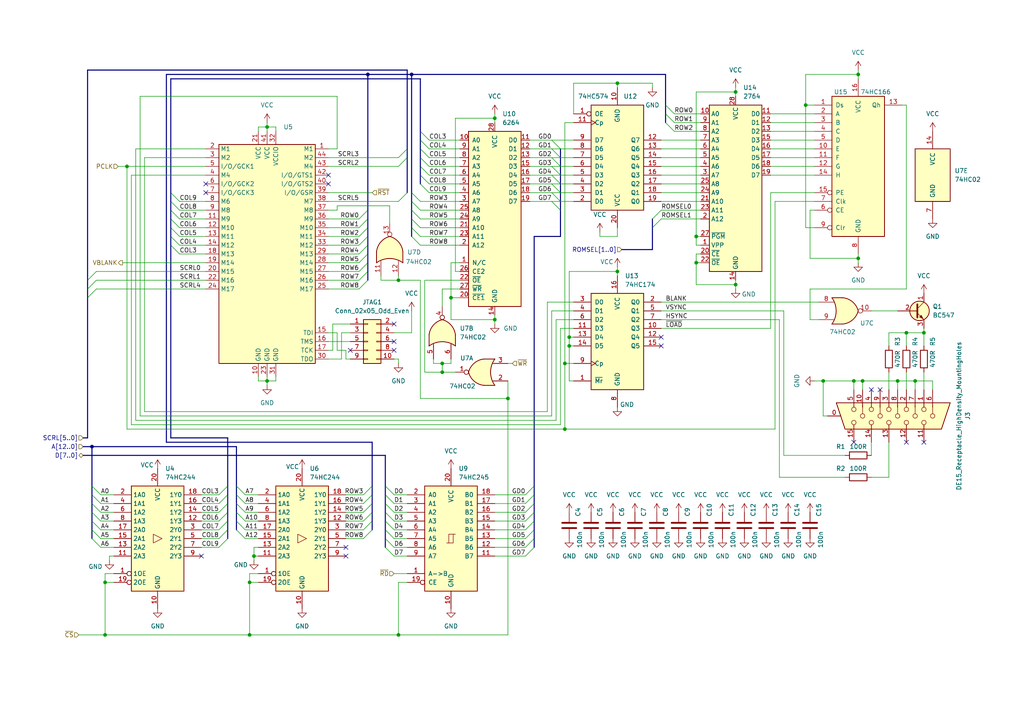
<source format=kicad_sch>
(kicad_sch (version 20231120) (generator "eeschema") (generator_version "8.0")
  (paper "A4")
  (junction (at 115.57 184.15))
  (junction (at 201.93 76.2))
  (junction (at 248.92 74.93))
  (junction (at 260.35 110.49))
  (junction (at 250.19 110.49))
  (junction (at 26.67 129.54))
  (junction (at 143.51 92.71))
  (junction (at 213.36 26.67))
  (junction (at 233.68 30.48))
  (junction (at 201.93 68.58))
  (junction (at 163.83 105.41))
  (junction (at 267.97 96.52))
  (junction (at 30.48 184.15))
  (junction (at 77.47 36.83))
  (junction (at 30.48 168.91))
  (junction (at 179.07 24.13))
  (junction (at 36.83 48.26))
  (junction (at 72.39 168.91))
  (junction (at 147.32 115.57))
  (junction (at 115.57 81.28))
  (junction (at 163.83 124.46))
  (junction (at 119.38 21.59))
  (junction (at 238.76 110.49))
  (junction (at 77.47 110.49))
  (junction (at 106.68 21.59))
  (junction (at 143.51 34.29))
  (junction (at 165.1 97.79))
  (junction (at 128.27 105.41))
  (junction (at 128.27 107.95))
  (junction (at 179.07 78.74))
  (junction (at 72.39 184.15))
  (junction (at 213.36 82.55))
  (junction (at 262.89 96.52))
  (junction (at 73.66 161.29))
  (junction (at 248.92 21.59))
  (junction (at 265.43 110.49))
  (junction (at 165.1 100.33))
  (junction (at 130.81 86.36))
  (junction (at 247.65 110.49))
  (no_connect (at 247.65 128.27))
  (no_connect (at 59.69 53.34))
  (no_connect (at 100.33 161.29))
  (no_connect (at 59.69 55.88))
  (no_connect (at 114.3 101.6))
  (no_connect (at 114.3 93.98))
  (no_connect (at 100.33 158.75))
  (no_connect (at 95.25 50.8))
  (no_connect (at 252.73 113.03))
  (no_connect (at 95.25 53.34))
  (no_connect (at 101.6 101.6))
  (no_connect (at 262.89 128.27))
  (no_connect (at 267.97 128.27))
  (no_connect (at 58.42 161.29))
  (no_connect (at 255.27 113.03))
  (no_connect (at 114.3 99.06))
  (no_connect (at 191.77 97.79))
  (no_connect (at 191.77 100.33))
  (bus_entry (at 106.68 76.2) (size -2.54 2.54))
  (bus_entry (at 49.53 66.04) (size 2.54 2.54))
  (bus_entry (at 121.92 48.26) (size 2.54 2.54))
  (bus_entry (at 119.38 60.96) (size 2.54 2.54))
  (bus_entry (at 106.68 63.5) (size -2.54 2.54))
  (bus_entry (at 68.58 151.13) (size 2.54 2.54))
  (bus_entry (at 106.68 68.58) (size -2.54 2.54))
  (bus_entry (at 111.76 140.97) (size 2.54 2.54))
  (bus_entry (at 154.94 158.75) (size -2.54 2.54))
  (bus_entry (at 111.76 143.51) (size 2.54 2.54))
  (bus_entry (at 121.92 43.18) (size 2.54 2.54))
  (bus_entry (at 111.76 146.05) (size 2.54 2.54))
  (bus_entry (at 66.04 143.51) (size -2.54 2.54))
  (bus_entry (at 106.68 60.96) (size -2.54 2.54))
  (bus_entry (at 118.11 45.72) (size -2.54 2.54))
  (bus_entry (at 26.67 140.97) (size 2.54 2.54))
  (bus_entry (at 107.95 148.59) (size -2.54 2.54))
  (bus_entry (at 68.58 153.67) (size 2.54 2.54))
  (bus_entry (at 107.95 140.97) (size -2.54 2.54))
  (bus_entry (at 107.95 151.13) (size -2.54 2.54))
  (bus_entry (at 162.56 48.26) (size -2.54 -2.54))
  (bus_entry (at 106.68 81.28) (size -2.54 2.54))
  (bus_entry (at 162.56 55.88) (size -2.54 -2.54))
  (bus_entry (at 25.4 83.82) (size 2.54 -2.54))
  (bus_entry (at 106.68 73.66) (size -2.54 2.54))
  (bus_entry (at 26.67 148.59) (size 2.54 2.54))
  (bus_entry (at 26.67 146.05) (size 2.54 2.54))
  (bus_entry (at 121.92 45.72) (size 2.54 2.54))
  (bus_entry (at 118.11 55.88) (size -2.54 2.54))
  (bus_entry (at 121.92 38.1) (size 2.54 2.54))
  (bus_entry (at 26.67 156.21) (size 2.54 2.54))
  (bus_entry (at 66.04 140.97) (size -2.54 2.54))
  (bus_entry (at 66.04 148.59) (size -2.54 2.54))
  (bus_entry (at 154.94 143.51) (size -2.54 2.54))
  (bus_entry (at 119.38 63.5) (size 2.54 2.54))
  (bus_entry (at 121.92 53.34) (size 2.54 2.54))
  (bus_entry (at 107.95 153.67) (size -2.54 2.54))
  (bus_entry (at 66.04 156.21) (size -2.54 2.54))
  (bus_entry (at 106.68 78.74) (size -2.54 2.54))
  (bus_entry (at 119.38 55.88) (size 2.54 2.54))
  (bus_entry (at 25.4 86.36) (size 2.54 -2.54))
  (bus_entry (at 193.04 30.48) (size 2.54 2.54))
  (bus_entry (at 106.68 66.04) (size -2.54 2.54))
  (bus_entry (at 119.38 66.04) (size 2.54 2.54))
  (bus_entry (at 106.68 71.12) (size -2.54 2.54))
  (bus_entry (at 193.04 35.56) (size 2.54 2.54))
  (bus_entry (at 25.4 81.28) (size 2.54 -2.54))
  (bus_entry (at 107.95 146.05) (size -2.54 2.54))
  (bus_entry (at 162.56 43.18) (size -2.54 -2.54))
  (bus_entry (at 121.92 40.64) (size 2.54 2.54))
  (bus_entry (at 111.76 156.21) (size 2.54 2.54))
  (bus_entry (at 154.94 140.97) (size -2.54 2.54))
  (bus_entry (at 121.92 50.8) (size 2.54 2.54))
  (bus_entry (at 66.04 153.67) (size -2.54 2.54))
  (bus_entry (at 193.04 33.02) (size 2.54 2.54))
  (bus_entry (at 162.56 58.42) (size -2.54 -2.54))
  (bus_entry (at 119.38 58.42) (size 2.54 2.54))
  (bus_entry (at 68.58 148.59) (size 2.54 2.54))
  (bus_entry (at 189.23 66.04) (size 2.54 -2.54))
  (bus_entry (at 26.67 143.51) (size 2.54 2.54))
  (bus_entry (at 154.94 146.05) (size -2.54 2.54))
  (bus_entry (at 107.95 143.51) (size -2.54 2.54))
  (bus_entry (at 111.76 148.59) (size 2.54 2.54))
  (bus_entry (at 49.53 60.96) (size 2.54 2.54))
  (bus_entry (at 66.04 146.05) (size -2.54 2.54))
  (bus_entry (at 111.76 158.75) (size 2.54 2.54))
  (bus_entry (at 154.94 151.13) (size -2.54 2.54))
  (bus_entry (at 49.53 68.58) (size 2.54 2.54))
  (bus_entry (at 189.23 63.5) (size 2.54 -2.54))
  (bus_entry (at 111.76 151.13) (size 2.54 2.54))
  (bus_entry (at 118.11 43.18) (size -2.54 2.54))
  (bus_entry (at 66.04 151.13) (size -2.54 2.54))
  (bus_entry (at 154.94 148.59) (size -2.54 2.54))
  (bus_entry (at 162.56 45.72) (size -2.54 -2.54))
  (bus_entry (at 26.67 153.67) (size 2.54 2.54))
  (bus_entry (at 26.67 151.13) (size 2.54 2.54))
  (bus_entry (at 162.56 50.8) (size -2.54 -2.54))
  (bus_entry (at 111.76 153.67) (size 2.54 2.54))
  (bus_entry (at 68.58 146.05) (size 2.54 2.54))
  (bus_entry (at 49.53 63.5) (size 2.54 2.54))
  (bus_entry (at 49.53 58.42) (size 2.54 2.54))
  (bus_entry (at 68.58 143.51) (size 2.54 2.54))
  (bus_entry (at 162.56 53.34) (size -2.54 -2.54))
  (bus_entry (at 49.53 71.12) (size 2.54 2.54))
  (bus_entry (at 162.56 60.96) (size -2.54 -2.54))
  (bus_entry (at 119.38 68.58) (size 2.54 2.54))
  (bus_entry (at 154.94 156.21) (size -2.54 2.54))
  (bus_entry (at 68.58 140.97) (size 2.54 2.54))
  (bus_entry (at 49.53 55.88) (size 2.54 2.54))
  (bus_entry (at 154.94 153.67) (size -2.54 2.54))
  (wire (pts (xy 95.25 96.52) (xy 97.79 96.52)))
  (wire (pts (xy 160.02 53.34) (xy 162.56 53.34)))
  (bus (pts (xy 106.68 21.59) (xy 106.68 60.96)))
  (wire (pts (xy 31.75 162.56) (xy 31.75 161.29)))
  (bus (pts (xy 119.38 66.04) (xy 119.38 68.58)))
  (wire (pts (xy 265.43 110.49) (xy 265.43 113.03)))
  (wire (pts (xy 238.76 110.49) (xy 238.76 120.65)))
  (bus (pts (xy 26.67 153.67) (xy 26.67 156.21)))
  (wire (pts (xy 74.93 38.1) (xy 74.93 36.83)))
  (bus (pts (xy 180.34 72.39) (xy 189.23 72.39)))
  (wire (pts (xy 74.93 36.83) (xy 77.47 36.83)))
  (wire (pts (xy 201.93 68.58) (xy 201.93 26.67)))
  (wire (pts (xy 130.81 104.14) (xy 130.81 105.41)))
  (bus (pts (xy 118.11 20.32) (xy 118.11 43.18)))
  (wire (pts (xy 119.38 96.52) (xy 119.38 90.17)))
  (wire (pts (xy 100.33 143.51) (xy 105.41 143.51)))
  (bus (pts (xy 107.95 151.13) (xy 107.95 153.67)))
  (bus (pts (xy 24.13 127) (xy 25.4 127)))
  (wire (pts (xy 238.76 110.49) (xy 236.22 110.49)))
  (bus (pts (xy 66.04 148.59) (xy 66.04 146.05)))
  (wire (pts (xy 143.51 143.51) (xy 152.4 143.51)))
  (wire (pts (xy 153.67 45.72) (xy 160.02 45.72)))
  (wire (pts (xy 191.77 50.8) (xy 203.2 50.8)))
  (wire (pts (xy 123.19 81.28) (xy 133.35 81.28)))
  (wire (pts (xy 71.12 143.51) (xy 74.93 143.51)))
  (wire (pts (xy 195.58 33.02) (xy 203.2 33.02)))
  (wire (pts (xy 121.92 115.57) (xy 147.32 115.57)))
  (wire (pts (xy 191.77 63.5) (xy 203.2 63.5)))
  (wire (pts (xy 252.73 128.27) (xy 252.73 132.08)))
  (wire (pts (xy 267.97 100.33) (xy 267.97 96.52)))
  (wire (pts (xy 143.51 34.29) (xy 143.51 35.56)))
  (bus (pts (xy 48.26 128.27) (xy 107.95 128.27)))
  (wire (pts (xy 166.37 33.02) (xy 166.37 24.13)))
  (wire (pts (xy 257.81 96.52) (xy 262.89 96.52)))
  (wire (pts (xy 59.69 43.18) (xy 39.37 43.18)))
  (wire (pts (xy 213.36 26.67) (xy 213.36 27.94)))
  (wire (pts (xy 58.42 156.21) (xy 63.5 156.21)))
  (wire (pts (xy 73.66 158.75) (xy 73.66 161.29)))
  (wire (pts (xy 163.83 124.46) (xy 224.79 124.46)))
  (wire (pts (xy 58.42 153.67) (xy 63.5 153.67)))
  (wire (pts (xy 35.56 76.2) (xy 59.69 76.2)))
  (wire (pts (xy 191.77 90.17) (xy 227.33 90.17)))
  (bus (pts (xy 106.68 68.58) (xy 106.68 71.12)))
  (bus (pts (xy 111.76 156.21) (xy 111.76 158.75)))
  (wire (pts (xy 165.1 110.49) (xy 166.37 110.49)))
  (bus (pts (xy 107.95 148.59) (xy 107.95 151.13)))
  (bus (pts (xy 106.68 76.2) (xy 106.68 78.74)))
  (wire (pts (xy 121.92 71.12) (xy 133.35 71.12)))
  (bus (pts (xy 66.04 156.21) (xy 66.04 153.67)))
  (bus (pts (xy 49.53 55.88) (xy 49.53 58.42)))
  (bus (pts (xy 107.95 146.05) (xy 107.95 148.59)))
  (wire (pts (xy 36.83 124.46) (xy 163.83 124.46)))
  (wire (pts (xy 130.81 92.71) (xy 130.81 86.36)))
  (wire (pts (xy 267.97 107.95) (xy 267.97 113.03)))
  (bus (pts (xy 111.76 140.97) (xy 111.76 143.51)))
  (bus (pts (xy 26.67 151.13) (xy 26.67 153.67)))
  (bus (pts (xy 162.56 50.8) (xy 162.56 53.34)))
  (wire (pts (xy 27.94 81.28) (xy 59.69 81.28)))
  (bus (pts (xy 121.92 40.64) (xy 121.92 43.18)))
  (wire (pts (xy 100.33 156.21) (xy 105.41 156.21)))
  (wire (pts (xy 27.94 83.82) (xy 59.69 83.82)))
  (bus (pts (xy 106.68 73.66) (xy 106.68 76.2)))
  (bus (pts (xy 154.94 146.05) (xy 154.94 148.59)))
  (bus (pts (xy 121.92 48.26) (xy 121.92 50.8)))
  (bus (pts (xy 162.56 43.18) (xy 162.56 45.72)))
  (wire (pts (xy 95.25 104.14) (xy 99.06 104.14)))
  (bus (pts (xy 119.38 60.96) (xy 119.38 63.5)))
  (wire (pts (xy 100.33 151.13) (xy 105.41 151.13)))
  (wire (pts (xy 100.33 101.6) (xy 100.33 104.14)))
  (wire (pts (xy 195.58 38.1) (xy 203.2 38.1)))
  (wire (pts (xy 191.77 60.96) (xy 203.2 60.96)))
  (wire (pts (xy 191.77 58.42) (xy 203.2 58.42)))
  (bus (pts (xy 106.68 71.12) (xy 106.68 73.66)))
  (wire (pts (xy 250.19 113.03) (xy 250.19 110.49)))
  (wire (pts (xy 100.33 146.05) (xy 105.41 146.05)))
  (wire (pts (xy 153.67 58.42) (xy 160.02 58.42)))
  (wire (pts (xy 201.93 26.67) (xy 213.36 26.67)))
  (wire (pts (xy 121.92 60.96) (xy 133.35 60.96)))
  (bus (pts (xy 24.13 129.54) (xy 26.67 129.54)))
  (wire (pts (xy 96.52 93.98) (xy 101.6 93.98)))
  (wire (pts (xy 52.07 66.04) (xy 59.69 66.04)))
  (wire (pts (xy 114.3 153.67) (xy 118.11 153.67)))
  (bus (pts (xy 189.23 63.5) (xy 189.23 66.04)))
  (wire (pts (xy 95.25 81.28) (xy 104.14 81.28)))
  (wire (pts (xy 34.29 48.26) (xy 36.83 48.26)))
  (wire (pts (xy 213.36 25.4) (xy 213.36 26.67)))
  (wire (pts (xy 40.64 27.94) (xy 40.64 120.65)))
  (wire (pts (xy 160.02 40.64) (xy 166.37 40.64)))
  (bus (pts (xy 68.58 140.97) (xy 68.58 143.51)))
  (wire (pts (xy 97.79 60.96) (xy 97.79 59.69)))
  (wire (pts (xy 72.39 166.37) (xy 72.39 168.91)))
  (wire (pts (xy 163.83 105.41) (xy 166.37 105.41)))
  (wire (pts (xy 71.12 156.21) (xy 74.93 156.21)))
  (wire (pts (xy 257.81 128.27) (xy 257.81 138.43)))
  (bus (pts (xy 66.04 151.13) (xy 66.04 148.59)))
  (wire (pts (xy 147.32 105.41) (xy 148.59 105.41)))
  (wire (pts (xy 133.35 76.2) (xy 130.81 76.2)))
  (wire (pts (xy 143.51 156.21) (xy 152.4 156.21)))
  (bus (pts (xy 49.53 22.86) (xy 49.53 55.88)))
  (bus (pts (xy 118.11 43.18) (xy 118.11 45.72)))
  (wire (pts (xy 270.51 110.49) (xy 265.43 110.49)))
  (wire (pts (xy 165.1 97.79) (xy 166.37 97.79)))
  (wire (pts (xy 33.02 168.91) (xy 30.48 168.91)))
  (wire (pts (xy 130.81 76.2) (xy 130.81 86.36)))
  (bus (pts (xy 25.4 81.28) (xy 25.4 20.32)))
  (bus (pts (xy 162.56 53.34) (xy 162.56 55.88)))
  (wire (pts (xy 143.51 93.98) (xy 143.51 92.71)))
  (wire (pts (xy 107.95 55.88) (xy 95.25 55.88)))
  (wire (pts (xy 160.02 48.26) (xy 162.56 48.26)))
  (wire (pts (xy 52.07 63.5) (xy 59.69 63.5)))
  (wire (pts (xy 179.07 78.74) (xy 179.07 80.01)))
  (wire (pts (xy 223.52 40.64) (xy 236.22 40.64)))
  (wire (pts (xy 113.03 59.69) (xy 113.03 64.77)))
  (wire (pts (xy 114.3 161.29) (xy 118.11 161.29)))
  (bus (pts (xy 25.4 83.82) (xy 25.4 86.36)))
  (wire (pts (xy 52.07 68.58) (xy 59.69 68.58)))
  (bus (pts (xy 106.68 21.59) (xy 48.26 21.59)))
  (wire (pts (xy 95.25 58.42) (xy 115.57 58.42)))
  (wire (pts (xy 226.06 138.43) (xy 226.06 92.71)))
  (wire (pts (xy 223.52 35.56) (xy 236.22 35.56)))
  (wire (pts (xy 97.79 101.6) (xy 100.33 101.6)))
  (wire (pts (xy 74.93 110.49) (xy 77.47 110.49)))
  (bus (pts (xy 26.67 129.54) (xy 26.67 140.97)))
  (wire (pts (xy 30.48 166.37) (xy 30.48 168.91)))
  (wire (pts (xy 233.68 30.48) (xy 233.68 66.04)))
  (wire (pts (xy 95.25 83.82) (xy 104.14 83.82)))
  (wire (pts (xy 247.65 113.03) (xy 247.65 110.49)))
  (wire (pts (xy 163.83 105.41) (xy 163.83 124.46)))
  (bus (pts (xy 66.04 146.05) (xy 66.04 143.51)))
  (bus (pts (xy 121.92 50.8) (xy 121.92 53.34)))
  (wire (pts (xy 153.67 55.88) (xy 160.02 55.88)))
  (wire (pts (xy 132.08 34.29) (xy 143.51 34.29)))
  (wire (pts (xy 29.21 148.59) (xy 33.02 148.59)))
  (wire (pts (xy 30.48 184.15) (xy 72.39 184.15)))
  (wire (pts (xy 71.12 151.13) (xy 74.93 151.13)))
  (wire (pts (xy 158.75 87.63) (xy 166.37 87.63)))
  (wire (pts (xy 191.77 55.88) (xy 203.2 55.88)))
  (wire (pts (xy 130.81 105.41) (xy 128.27 105.41)))
  (wire (pts (xy 160.02 55.88) (xy 162.56 55.88)))
  (wire (pts (xy 233.68 30.48) (xy 236.22 30.48)))
  (wire (pts (xy 121.92 63.5) (xy 133.35 63.5)))
  (wire (pts (xy 39.37 121.92) (xy 161.29 121.92)))
  (wire (pts (xy 74.93 109.22) (xy 74.93 110.49)))
  (bus (pts (xy 119.38 21.59) (xy 119.38 55.88)))
  (bus (pts (xy 26.67 148.59) (xy 26.67 151.13)))
  (wire (pts (xy 153.67 50.8) (xy 160.02 50.8)))
  (wire (pts (xy 128.27 88.9) (xy 128.27 83.82)))
  (bus (pts (xy 25.4 86.36) (xy 25.4 127)))
  (bus (pts (xy 26.67 143.51) (xy 26.67 146.05)))
  (wire (pts (xy 143.51 92.71) (xy 143.51 91.44)))
  (bus (pts (xy 162.56 60.96) (xy 162.56 68.58)))
  (wire (pts (xy 262.89 30.48) (xy 261.62 30.48)))
  (wire (pts (xy 201.93 71.12) (xy 201.93 68.58)))
  (wire (pts (xy 77.47 109.22) (xy 77.47 110.49)))
  (wire (pts (xy 95.25 76.2) (xy 104.14 76.2)))
  (bus (pts (xy 121.92 45.72) (xy 121.92 48.26)))
  (wire (pts (xy 77.47 110.49) (xy 77.47 111.76)))
  (wire (pts (xy 97.79 96.52) (xy 97.79 101.6)))
  (wire (pts (xy 29.21 153.67) (xy 33.02 153.67)))
  (bus (pts (xy 48.26 21.59) (xy 48.26 128.27)))
  (wire (pts (xy 128.27 105.41) (xy 128.27 107.95)))
  (wire (pts (xy 179.07 24.13) (xy 189.23 24.13)))
  (wire (pts (xy 165.1 78.74) (xy 165.1 97.79)))
  (wire (pts (xy 213.36 82.55) (xy 201.93 82.55)))
  (wire (pts (xy 124.46 55.88) (xy 133.35 55.88)))
  (wire (pts (xy 234.95 92.71) (xy 237.49 92.71)))
  (wire (pts (xy 191.77 45.72) (xy 203.2 45.72)))
  (wire (pts (xy 121.92 68.58) (xy 133.35 68.58)))
  (wire (pts (xy 95.25 60.96) (xy 97.79 60.96)))
  (wire (pts (xy 39.37 43.18) (xy 39.37 121.92)))
  (wire (pts (xy 52.07 71.12) (xy 59.69 71.12)))
  (wire (pts (xy 36.83 48.26) (xy 36.83 124.46)))
  (wire (pts (xy 257.81 100.33) (xy 257.81 96.52)))
  (wire (pts (xy 270.51 113.03) (xy 270.51 110.49)))
  (wire (pts (xy 213.36 82.55) (xy 213.36 83.82)))
  (wire (pts (xy 124.46 43.18) (xy 133.35 43.18)))
  (wire (pts (xy 80.01 109.22) (xy 80.01 110.49)))
  (wire (pts (xy 179.07 24.13) (xy 179.07 25.4)))
  (wire (pts (xy 163.83 105.41) (xy 163.83 35.56)))
  (wire (pts (xy 114.3 104.14) (xy 115.57 104.14)))
  (wire (pts (xy 71.12 146.05) (xy 74.93 146.05)))
  (wire (pts (xy 73.66 161.29) (xy 74.93 161.29)))
  (wire (pts (xy 114.3 143.51) (xy 118.11 143.51)))
  (bus (pts (xy 66.04 127) (xy 49.53 127)))
  (wire (pts (xy 124.46 50.8) (xy 133.35 50.8)))
  (wire (pts (xy 100.33 153.67) (xy 105.41 153.67)))
  (wire (pts (xy 160.02 50.8) (xy 162.56 50.8)))
  (wire (pts (xy 147.32 115.57) (xy 147.32 110.49)))
  (bus (pts (xy 49.53 60.96) (xy 49.53 63.5)))
  (wire (pts (xy 143.51 146.05) (xy 152.4 146.05)))
  (bus (pts (xy 119.38 55.88) (xy 119.38 58.42)))
  (wire (pts (xy 201.93 73.66) (xy 201.93 76.2)))
  (bus (pts (xy 193.04 30.48) (xy 193.04 33.02)))
  (wire (pts (xy 147.32 115.57) (xy 147.32 184.15)))
  (wire (pts (xy 133.35 78.74) (xy 132.08 78.74)))
  (bus (pts (xy 189.23 66.04) (xy 189.23 72.39)))
  (wire (pts (xy 27.94 78.74) (xy 59.69 78.74)))
  (bus (pts (xy 106.68 63.5) (xy 106.68 66.04)))
  (wire (pts (xy 80.01 36.83) (xy 77.47 36.83)))
  (wire (pts (xy 166.37 24.13) (xy 179.07 24.13)))
  (bus (pts (xy 68.58 129.54) (xy 68.58 140.97)))
  (wire (pts (xy 38.1 123.19) (xy 162.56 123.19)))
  (wire (pts (xy 203.2 73.66) (xy 201.93 73.66)))
  (wire (pts (xy 80.01 110.49) (xy 77.47 110.49)))
  (wire (pts (xy 163.83 35.56) (xy 166.37 35.56)))
  (bus (pts (xy 49.53 68.58) (xy 49.53 71.12)))
  (wire (pts (xy 153.67 43.18) (xy 160.02 43.18)))
  (wire (pts (xy 250.19 110.49) (xy 247.65 110.49)))
  (wire (pts (xy 124.46 40.64) (xy 133.35 40.64)))
  (wire (pts (xy 72.39 168.91) (xy 72.39 184.15)))
  (bus (pts (xy 154.94 143.51) (xy 154.94 146.05)))
  (wire (pts (xy 191.77 53.34) (xy 203.2 53.34)))
  (wire (pts (xy 252.73 138.43) (xy 257.81 138.43)))
  (wire (pts (xy 245.11 138.43) (xy 226.06 138.43)))
  (wire (pts (xy 71.12 148.59) (xy 74.93 148.59)))
  (wire (pts (xy 99.06 104.14) (xy 99.06 96.52)))
  (bus (pts (xy 121.92 38.1) (xy 121.92 40.64)))
  (wire (pts (xy 96.52 101.6) (xy 96.52 93.98)))
  (wire (pts (xy 95.25 45.72) (xy 115.57 45.72)))
  (wire (pts (xy 95.25 78.74) (xy 104.14 78.74)))
  (wire (pts (xy 236.22 66.04) (xy 233.68 66.04)))
  (wire (pts (xy 257.81 107.95) (xy 257.81 113.03)))
  (wire (pts (xy 161.29 121.92) (xy 161.29 92.71)))
  (wire (pts (xy 265.43 110.49) (xy 260.35 110.49)))
  (wire (pts (xy 123.19 107.95) (xy 123.19 81.28)))
  (wire (pts (xy 97.79 43.18) (xy 97.79 27.94)))
  (wire (pts (xy 247.65 110.49) (xy 238.76 110.49)))
  (wire (pts (xy 223.52 38.1) (xy 236.22 38.1)))
  (wire (pts (xy 179.07 77.47) (xy 179.07 78.74)))
  (bus (pts (xy 68.58 146.05) (xy 68.58 148.59)))
  (wire (pts (xy 248.92 20.32) (xy 248.92 21.59)))
  (bus (pts (xy 49.53 63.5) (xy 49.53 66.04)))
  (wire (pts (xy 224.79 58.42) (xy 236.22 58.42)))
  (bus (pts (xy 154.94 151.13) (xy 154.94 153.67)))
  (wire (pts (xy 162.56 55.88) (xy 166.37 55.88)))
  (wire (pts (xy 162.56 45.72) (xy 166.37 45.72)))
  (wire (pts (xy 128.27 105.41) (xy 125.73 105.41)))
  (wire (pts (xy 95.25 101.6) (xy 96.52 101.6)))
  (wire (pts (xy 160.02 90.17) (xy 166.37 90.17)))
  (bus (pts (xy 106.68 66.04) (xy 106.68 68.58)))
  (wire (pts (xy 201.93 82.55) (xy 201.93 76.2)))
  (wire (pts (xy 160.02 58.42) (xy 162.56 58.42)))
  (wire (pts (xy 234.95 60.96) (xy 234.95 74.93)))
  (bus (pts (xy 107.95 140.97) (xy 107.95 143.51)))
  (wire (pts (xy 162.56 53.34) (xy 166.37 53.34)))
  (wire (pts (xy 29.21 156.21) (xy 33.02 156.21)))
  (bus (pts (xy 154.94 140.97) (xy 154.94 143.51)))
  (bus (pts (xy 26.67 146.05) (xy 26.67 148.59)))
  (bus (pts (xy 68.58 143.51) (xy 68.58 146.05)))
  (bus (pts (xy 25.4 20.32) (xy 118.11 20.32)))
  (wire (pts (xy 29.21 151.13) (xy 33.02 151.13)))
  (wire (pts (xy 95.25 66.04) (xy 104.14 66.04)))
  (wire (pts (xy 153.67 48.26) (xy 160.02 48.26)))
  (bus (pts (xy 66.04 153.67) (xy 66.04 151.13)))
  (bus (pts (xy 118.11 45.72) (xy 118.11 55.88)))
  (bus (pts (xy 121.92 22.86) (xy 49.53 22.86)))
  (wire (pts (xy 233.68 21.59) (xy 233.68 30.48)))
  (wire (pts (xy 74.93 166.37) (xy 72.39 166.37)))
  (wire (pts (xy 162.56 50.8) (xy 166.37 50.8)))
  (bus (pts (xy 107.95 128.27) (xy 107.95 140.97)))
  (wire (pts (xy 248.92 76.2) (xy 248.92 74.93)))
  (wire (pts (xy 58.42 148.59) (xy 63.5 148.59)))
  (wire (pts (xy 100.33 148.59) (xy 105.41 148.59)))
  (bus (pts (xy 107.95 143.51) (xy 107.95 146.05)))
  (wire (pts (xy 125.73 105.41) (xy 125.73 104.14)))
  (wire (pts (xy 128.27 83.82) (xy 133.35 83.82)))
  (wire (pts (xy 124.46 53.34) (xy 133.35 53.34)))
  (wire (pts (xy 191.77 43.18) (xy 203.2 43.18)))
  (wire (pts (xy 173.99 68.58) (xy 179.07 68.58)))
  (wire (pts (xy 153.67 40.64) (xy 160.02 40.64)))
  (wire (pts (xy 262.89 30.48) (xy 262.89 83.82)))
  (wire (pts (xy 260.35 110.49) (xy 260.35 113.03)))
  (wire (pts (xy 95.25 63.5) (xy 104.14 63.5)))
  (bus (pts (xy 121.92 43.18) (xy 121.92 45.72)))
  (wire (pts (xy 95.25 48.26) (xy 115.57 48.26)))
  (wire (pts (xy 124.46 45.72) (xy 133.35 45.72)))
  (wire (pts (xy 240.03 120.65) (xy 238.76 120.65)))
  (wire (pts (xy 248.92 21.59) (xy 248.92 22.86)))
  (wire (pts (xy 30.48 168.91) (xy 30.48 184.15)))
  (wire (pts (xy 115.57 81.28) (xy 121.92 81.28)))
  (wire (pts (xy 162.56 43.18) (xy 166.37 43.18)))
  (wire (pts (xy 33.02 166.37) (xy 30.48 166.37)))
  (bus (pts (xy 154.94 68.58) (xy 154.94 140.97)))
  (wire (pts (xy 95.25 73.66) (xy 104.14 73.66)))
  (wire (pts (xy 143.51 33.02) (xy 143.51 34.29)))
  (wire (pts (xy 29.21 143.51) (xy 33.02 143.51)))
  (wire (pts (xy 114.3 156.21) (xy 118.11 156.21)))
  (wire (pts (xy 223.52 43.18) (xy 236.22 43.18)))
  (wire (pts (xy 203.2 68.58) (xy 201.93 68.58)))
  (wire (pts (xy 41.91 45.72) (xy 41.91 119.38)))
  (wire (pts (xy 130.81 86.36) (xy 133.35 86.36)))
  (bus (pts (xy 24.13 132.08) (xy 111.76 132.08)))
  (bus (pts (xy 25.4 83.82) (xy 25.4 81.28)))
  (wire (pts (xy 114.3 151.13) (xy 118.11 151.13)))
  (bus (pts (xy 193.04 33.02) (xy 193.04 35.56)))
  (wire (pts (xy 160.02 45.72) (xy 162.56 45.72)))
  (bus (pts (xy 66.04 140.97) (xy 66.04 127)))
  (wire (pts (xy 128.27 107.95) (xy 132.08 107.95)))
  (bus (pts (xy 154.94 148.59) (xy 154.94 151.13)))
  (bus (pts (xy 26.67 140.97) (xy 26.67 143.51)))
  (wire (pts (xy 99.06 96.52) (xy 101.6 96.52)))
  (wire (pts (xy 29.21 146.05) (xy 33.02 146.05)))
  (wire (pts (xy 31.75 161.29) (xy 33.02 161.29)))
  (wire (pts (xy 58.42 158.75) (xy 63.5 158.75)))
  (wire (pts (xy 115.57 184.15) (xy 147.32 184.15)))
  (wire (pts (xy 162.56 123.19) (xy 162.56 95.25)))
  (bus (pts (xy 111.76 148.59) (xy 111.76 151.13)))
  (wire (pts (xy 260.35 110.49) (xy 250.19 110.49)))
  (bus (pts (xy 111.76 143.51) (xy 111.76 146.05)))
  (bus (pts (xy 162.56 45.72) (xy 162.56 48.26)))
  (wire (pts (xy 115.57 168.91) (xy 118.11 168.91)))
  (wire (pts (xy 248.92 74.93) (xy 248.92 73.66)))
  (wire (pts (xy 124.46 48.26) (xy 133.35 48.26)))
  (wire (pts (xy 115.57 104.14) (xy 115.57 105.41)))
  (bus (pts (xy 111.76 132.08) (xy 111.76 140.97)))
  (wire (pts (xy 143.51 153.67) (xy 152.4 153.67)))
  (bus (pts (xy 119.38 63.5) (xy 119.38 66.04)))
  (wire (pts (xy 74.93 158.75) (xy 73.66 158.75)))
  (wire (pts (xy 203.2 71.12) (xy 201.93 71.12)))
  (wire (pts (xy 58.42 146.05) (xy 63.5 146.05)))
  (bus (pts (xy 154.94 153.67) (xy 154.94 156.21)))
  (wire (pts (xy 58.42 151.13) (xy 63.5 151.13)))
  (wire (pts (xy 97.79 27.94) (xy 40.64 27.94)))
  (wire (pts (xy 59.69 50.8) (xy 38.1 50.8)))
  (wire (pts (xy 73.66 162.56) (xy 73.66 161.29)))
  (wire (pts (xy 162.56 48.26) (xy 166.37 48.26)))
  (wire (pts (xy 223.52 33.02) (xy 236.22 33.02)))
  (wire (pts (xy 248.92 21.59) (xy 233.68 21.59)))
  (bus (pts (xy 119.38 21.59) (xy 193.04 21.59)))
  (wire (pts (xy 115.57 184.15) (xy 115.57 168.91)))
  (bus (pts (xy 119.38 21.59) (xy 106.68 21.59)))
  (bus (pts (xy 111.76 153.67) (xy 111.76 156.21)))
  (wire (pts (xy 191.77 95.25) (xy 223.52 95.25)))
  (wire (pts (xy 160.02 120.65) (xy 160.02 90.17)))
  (wire (pts (xy 77.47 36.83) (xy 77.47 38.1)))
  (bus (pts (xy 68.58 148.59) (xy 68.58 151.13)))
  (bus (pts (xy 49.53 127) (xy 49.53 71.12)))
  (wire (pts (xy 95.25 99.06) (xy 101.6 99.06)))
  (wire (pts (xy 165.1 100.33) (xy 166.37 100.33)))
  (wire (pts (xy 41.91 119.38) (xy 158.75 119.38)))
  (bus (pts (xy 106.68 78.74) (xy 106.68 81.28)))
  (wire (pts (xy 227.33 132.08) (xy 245.11 132.08)))
  (wire (pts (xy 95.25 43.18) (xy 97.79 43.18)))
  (bus (pts (xy 68.58 151.13) (xy 68.58 153.67)))
  (wire (pts (xy 77.47 36.83) (xy 77.47 35.56)))
  (wire (pts (xy 165.1 97.79) (xy 165.1 100.33)))
  (bus (pts (xy 49.53 66.04) (xy 49.53 68.58)))
  (wire (pts (xy 224.79 124.46) (xy 224.79 58.42)))
  (wire (pts (xy 262.89 83.82) (xy 234.95 83.82)))
  (wire (pts (xy 114.3 146.05) (xy 118.11 146.05)))
  (wire (pts (xy 95.25 68.58) (xy 104.14 68.58)))
  (wire (pts (xy 121.92 115.57) (xy 121.92 81.28)))
  (wire (pts (xy 158.75 119.38) (xy 158.75 87.63)))
  (wire (pts (xy 59.69 45.72) (xy 41.91 45.72)))
  (bus (pts (xy 26.67 129.54) (xy 68.58 129.54)))
  (wire (pts (xy 114.3 96.52) (xy 119.38 96.52)))
  (bus (pts (xy 162.56 58.42) (xy 162.56 60.96)))
  (wire (pts (xy 52.07 73.66) (xy 59.69 73.66)))
  (wire (pts (xy 223.52 55.88) (xy 236.22 55.88)))
  (wire (pts (xy 162.56 58.42) (xy 166.37 58.42)))
  (wire (pts (xy 201.93 76.2) (xy 203.2 76.2)))
  (wire (pts (xy 40.64 120.65) (xy 160.02 120.65)))
  (wire (pts (xy 110.49 81.28) (xy 115.57 81.28)))
  (wire (pts (xy 115.57 81.28) (xy 115.57 80.01)))
  (wire (pts (xy 22.86 184.15) (xy 30.48 184.15)))
  (wire (pts (xy 161.29 92.71) (xy 166.37 92.71)))
  (wire (pts (xy 165.1 100.33) (xy 165.1 110.49)))
  (wire (pts (xy 248.92 74.93) (xy 234.95 74.93)))
  (wire (pts (xy 123.19 107.95) (xy 128.27 107.95)))
  (wire (pts (xy 58.42 143.51) (xy 63.5 143.51)))
  (wire (pts (xy 267.97 95.25) (xy 267.97 96.52)))
  (wire (pts (xy 223.52 95.25) (xy 223.52 55.88)))
  (wire (pts (xy 162.56 95.25) (xy 166.37 95.25)))
  (wire (pts (xy 189.23 24.13) (xy 189.23 25.4)))
  (bus (pts (xy 193.04 21.59) (xy 193.04 30.48)))
  (wire (pts (xy 262.89 96.52) (xy 262.89 100.33)))
  (wire (pts (xy 143.51 161.29) (xy 152.4 161.29)))
  (wire (pts (xy 143.51 92.71) (xy 130.81 92.71)))
  (wire (pts (xy 143.51 148.59) (xy 152.4 148.59)))
  (wire (pts (xy 195.58 35.56) (xy 203.2 35.56)))
  (wire (pts (xy 100.33 104.14) (xy 101.6 104.14)))
  (bus (pts (xy 106.68 60.96) (xy 106.68 63.5)))
  (wire (pts (xy 97.79 59.69) (xy 113.03 59.69)))
  (bus (pts (xy 66.04 143.51) (xy 66.04 140.97)))
  (wire (pts (xy 132.08 34.29) (xy 132.08 78.74)))
  (wire (pts (xy 173.99 67.31) (xy 173.99 68.58)))
  (wire (pts (xy 191.77 40.64) (xy 203.2 40.64)))
  (bus (pts (xy 111.76 146.05) (xy 111.76 148.59)))
  (wire (pts (xy 72.39 184.15) (xy 115.57 184.15)))
  (wire (pts (xy 80.01 38.1) (xy 80.01 36.83)))
  (wire (pts (xy 226.06 92.71) (xy 191.77 92.71)))
  (bus (pts (xy 121.92 22.86) (xy 121.92 38.1)))
  (wire (pts (xy 74.93 168.91) (xy 72.39 168.91)))
  (wire (pts (xy 223.52 45.72) (xy 236.22 45.72)))
  (wire (pts (xy 52.07 58.42) (xy 59.69 58.42)))
  (wire (pts (xy 114.3 148.59) (xy 118.11 148.59)))
  (wire (pts (xy 95.25 71.12) (xy 104.14 71.12)))
  (wire (pts (xy 29.21 158.75) (xy 33.02 158.75)))
  (bus (pts (xy 119.38 58.42) (xy 119.38 60.96)))
  (bus (pts (xy 162.56 55.88) (xy 162.56 58.42)))
  (wire (pts (xy 52.07 60.96) (xy 59.69 60.96)))
  (wire (pts (xy 121.92 58.42) (xy 133.35 58.42)))
  (wire (pts (xy 143.51 158.75) (xy 152.4 158.75)))
  (wire (pts (xy 110.49 80.01) (xy 110.49 81.28)))
  (wire (pts (xy 252.73 90.17) (xy 260.35 90.17)))
  (bus (pts (xy 154.94 68.58) (xy 162.56 68.58)))
  (wire (pts (xy 267.97 96.52) (xy 262.89 96.52)))
  (wire (pts (xy 38.1 50.8) (xy 38.1 123.19)))
  (wire (pts (xy 71.12 153.67) (xy 74.93 153.67)))
  (wire (pts (xy 234.95 60.96) (xy 236.22 60.96)))
  (wire (pts (xy 179.07 78.74) (xy 165.1 78.74)))
  (wire (pts (xy 114.3 166.37) (xy 118.11 166.37)))
  (wire (pts (xy 223.52 48.26) (xy 236.22 48.26)))
  (bus (pts (xy 154.94 156.21) (xy 154.94 158.75)))
  (wire (pts (xy 223.52 50.8) (xy 236.22 50.8)))
  (wire (pts (xy 191.77 87.63) (xy 237.49 87.63)))
  (bus (pts (xy 162.56 48.26) (xy 162.56 50.8)))
  (wire (pts (xy 234.95 83.82) (xy 234.95 92.71)))
  (wire (pts (xy 153.67 53.34) (xy 160.02 53.34)))
  (bus (pts (xy 111.76 151.13) (xy 111.76 153.67)))
  (wire (pts (xy 262.89 107.95) (xy 262.89 113.03)))
  (bus (pts (xy 49.53 58.42) (xy 49.53 60.96)))
  (wire (pts (xy 143.51 151.13) (xy 152.4 151.13)))
  (wire (pts (xy 213.36 81.28) (xy 213.36 82.55)))
  (wire (pts (xy 191.77 48.26) (xy 203.2 48.26)))
  (wire (pts (xy 179.07 68.58) (xy 179.07 66.04)))
  (wire (pts (xy 160.02 43.18) (xy 162.56 43.18)))
  (wire (pts (xy 36.83 48.26) (xy 59.69 48.26)))
  (wire (pts (xy 114.3 158.75) (xy 118.11 158.75)))
  (wire (pts (xy 121.92 66.04) (xy 133.35 66.04)))
  (wire (pts (xy 227.33 90.17) (xy 227.33 132.08)))
  (label "COL9" (at 63.5 158.75 180))
  (label "A0" (at 29.21 143.51 0))
  (label "COL6" (at 63.5 151.13 180))
  (label "A9" (at 71.12 148.59 0))
  (label "ROW2" (at 195.58 38.1 0))
  (label "GD1" (at 152.4 146.05 180))
  (label "ROW1" (at 195.58 35.56 0))
  (label "ROMSEL0" (at 191.77 60.96 0))
  (label "ROW8" (at 104.14 83.82 180))
  (label "~{LOAD}" (at 193.04 95.25 0))
  (label "A4" (at 29.21 153.67 0))
  (label "GD6" (at 160.02 55.88 180))
  (label "A8" (at 71.12 146.05 0))
  (label "ROW5" (at 124.46 63.5 0))
  (label "COL9" (at 124.46 55.88 0))
  (label "A3" (at 29.21 151.13 0))
  (label "D2" (at 114.3 148.59 0))
  (label "COL3" (at 63.5 143.51 180))
  (label "A12" (at 71.12 156.21 0))
  (label "SCRL5" (at 104.14 58.42 180))
  (label "ROW8" (at 105.41 156.21 180))
  (label "A5" (at 29.21 156.21 0))
  (label "SCRL2" (at 104.14 48.26 180))
  (label "ROW7" (at 124.46 68.58 0))
  (label "SCRL3" (at 104.14 45.72 180))
  (label "COL8" (at 63.5 156.21 180))
  (label "GD3" (at 152.4 151.13 180))
  (label "GD2" (at 160.02 45.72 180))
  (label "D3" (at 114.3 151.13 0))
  (label "GD4" (at 152.4 153.67 180))
  (label "COL5" (at 124.46 45.72 0))
  (label "GD5" (at 152.4 156.21 180))
  (label "HSYNC" (at 193.04 92.71 0))
  (label "A10" (at 71.12 151.13 0))
  (label "ROW7" (at 104.14 81.28 180))
  (label "BLANK" (at 193.04 87.63 0))
  (label "COL7" (at 63.5 153.67 180))
  (label "COL7" (at 124.46 50.8 0))
  (label "ROW0" (at 195.58 33.02 0))
  (label "ROW6" (at 124.46 66.04 0))
  (label "A7" (at 71.12 143.51 0))
  (label "ROW7" (at 105.41 153.67 180))
  (label "ROW4" (at 104.14 73.66 180))
  (label "D0" (at 114.3 143.51 0))
  (label "ROW5" (at 105.41 148.59 180))
  (label "COL4" (at 63.5 146.05 180))
  (label "COL7" (at 52.07 63.5 0))
  (label "A1" (at 29.21 146.05 0))
  (label "D1" (at 114.3 146.05 0))
  (label "SCRL0" (at 52.07 78.74 0))
  (label "ROW8" (at 124.46 71.12 0))
  (label "GD0" (at 152.4 143.51 180))
  (label "D4" (at 114.3 153.67 0))
  (label "ROW6" (at 105.41 151.13 180))
  (label "COL4" (at 52.07 71.12 0))
  (label "GD7" (at 160.02 58.42 180))
  (label "ROW2" (at 104.14 68.58 180))
  (label "GD2" (at 152.4 148.59 180))
  (label "ROW4" (at 105.41 146.05 180))
  (label "A2" (at 29.21 148.59 0))
  (label "GD5" (at 160.02 53.34 180))
  (label "COL9" (at 52.07 58.42 0))
  (label "D6" (at 114.3 158.75 0))
  (label "COL3" (at 124.46 40.64 0))
  (label "COL3" (at 52.07 73.66 0))
  (label "ROW3" (at 104.14 71.12 180))
  (label "ROW4" (at 124.46 60.96 0))
  (label "GD6" (at 152.4 158.75 180))
  (label "ROW6" (at 104.14 78.74 180))
  (label "COL5" (at 63.5 148.59 180))
  (label "ROW1" (at 104.14 66.04 180))
  (label "ROW5" (at 104.14 76.2 180))
  (label "ROW3" (at 124.46 58.42 0))
  (label "GD1" (at 160.02 43.18 180))
  (label "COL8" (at 52.07 60.96 0))
  (label "A11" (at 71.12 153.67 0))
  (label "COL5" (at 52.07 68.58 0))
  (label "ROW3" (at 105.41 143.51 180))
  (label "VSYNC" (at 193.04 90.17 0))
  (label "COL6" (at 124.46 48.26 0))
  (label "ROW0" (at 104.14 63.5 180))
  (label "ROMSEL1" (at 191.77 63.5 0))
  (label "COL6" (at 52.07 66.04 0))
  (label "GD0" (at 160.02 40.64 180))
  (label "SCRL1" (at 52.07 81.28 0))
  (label "GD4" (at 160.02 50.8 180))
  (label "GD7" (at 152.4 161.29 180))
  (label "SCRL4" (at 52.07 83.82 0))
  (label "GD3" (at 160.02 48.26 180))
  (label "A6" (at 29.21 158.75 0))
  (label "D5" (at 114.3 156.21 0))
  (label "COL8" (at 124.46 53.34 0))
  (label "D7" (at 114.3 161.29 0))
  (label "COL4" (at 124.46 43.18 0))
  (hierarchical_label "ROMSEL[1..0]" (shape input) (at 180.34 72.39 180))
  (hierarchical_label "~{RST}" (shape input) (at 107.95 55.88 0))
  (hierarchical_label "A[12..0]" (shape input) (at 24.13 129.54 180))
  (hierarchical_label "~{RD}" (shape input) (at 114.3 166.37 180))
  (hierarchical_label "D[7..0]" (shape bidirectional) (at 24.13 132.08 180))
  (hierarchical_label "~{WR}" (shape input) (at 148.59 105.41 0))
  (hierarchical_label "PCLK" (shape input) (at 34.29 48.26 180))
  (hierarchical_label "VBLANK" (shape output) (at 35.56 76.2 180))
  (hierarchical_label "SCRL[5..0]" (shape input) (at 24.13 127 180))
  (hierarchical_label "~{CS}" (shape input) (at 22.86 184.15 180))
  (symbol (lib_id "CPLD_Xilinx:XC9536PC44") (at 77.47 73.66 0) (unit 1)
    (property "Reference" "U5" (at 82.2041 36.83 0) (effects (justify left)))
    (property "Value" "XC9536PC44" (effects (hide yes)))
    (property "Footprint" "Package_LCC:PLCC-44_THT-Socket" (effects (hide yes)))
    (property "Datasheet" "xilinx/xc9536.pdf" (effects (hide yes)))
  )
  (symbol (lib_id "Device:C") (at 184.15 152.4 0) (unit 1)
    (property "Reference" "C7" (at 186.69 149.86 90) (effects (justify left)))
    (property "Value" "100n" (at 187.198 159.004 90) (effects (justify left)))
    (property "Footprint" "Capacitor_THT:C_Disc_D5.0mm_W2.5mm_P2.50mm" (effects (hide yes)))
    (property "Description" "Unpolarized capacitor" (effects (hide yes)))
  )
  (symbol (lib_id "74xx:74HC02") (at 139.7 107.95 180) (unit 1)
    (property "Reference" "U7" (at 135.382 103.886 0))
    (property "Value" "74HC02" (at 134.112 112.014 0))
    (property "Footprint" "PCM_Package_DIP_AKL:DIP-14_W7.62mm" (effects (hide yes)))
    (property "Datasheet" "http://www.ti.com/lit/gpn/sn74hc02" (effects (hide yes)))
  )
  (symbol (lib_id "power:VCC") (at 209.55 148.59 0) (unit 1)
    (property "Reference" "#PWR035" (effects (hide yes)))
    (property "Value" "VCC" (at 209.55 143.51 0))
    (property "Description" "Power symbol creates a global label with name \"VCC\"" (effects (hide yes)))
  )
  (symbol (lib_id "74xx:74HC02") (at 270.51 50.8 0) (unit 5)
    (property "Reference" "U7" (at 276.86 49.53 0) (effects (justify left)))
    (property "Value" "74HC02" (at 276.86 52.07 0) (effects (justify left)))
    (property "Footprint" "PCM_Package_DIP_AKL:DIP-14_W7.62mm" (effects (hide yes)))
    (property "Datasheet" "http://www.ti.com/lit/gpn/sn74hc02" (effects (hide yes)))
  )
  (symbol (lib_id "power:GND") (at 203.2 156.21 0) (unit 1)
    (property "Reference" "#PWR034" (effects (hide yes)))
    (property "Value" "GND" (at 203.2 161.29 0))
    (property "Description" "Power symbol creates a global label with name \"GND\" , ground" (effects (hide yes)))
  )
  (symbol (lib_id "power:GND") (at 222.25 156.21 0) (unit 1)
    (property "Reference" "#PWR043" (effects (hide yes)))
    (property "Value" "GND" (at 222.25 161.29 0))
    (property "Description" "Power symbol creates a global label with name \"GND\" , ground" (effects (hide yes)))
  )
  (symbol (lib_id "power:VCC") (at 171.45 148.59 0) (unit 1)
    (property "Reference" "#PWR021" (effects (hide yes)))
    (property "Value" "VCC" (at 171.45 143.51 0))
    (property "Description" "Power symbol creates a global label with name \"VCC\"" (effects (hide yes)))
  )
  (symbol (lib_id "PCM_Transistor_BJT_AKL:BC547") (at 265.43 90.17 0) (unit 1)
    (property "Reference" "Q1" (at 270.51 88.8999 0) (effects (justify left)))
    (property "Value" "BC547" (at 270.51 91.4399 0) (effects (justify left)))
    (property "Footprint" "Package_TO_SOT_THT:TO-92" (effects (hide yes)))
    (property "Datasheet" "https://www.tme.eu/Document/6c5d898a533a0762c2bc33eb26c283a8/BC546-550-DTE.pdf" (effects (hide yes)))
    (property "Description" "NPN TO-92 transistor, 45V, 100mA, 500mW, Complementary to BC557, Alternate KiCAD Library" (effects (hide yes)))
  )
  (symbol (lib_id "Device:R") (at 248.92 138.43 90) (unit 1)
    (property "Reference" "R2" (at 243.84 135.89 90))
    (property "Value" "100R" (at 248.92 135.89 90))
    (property "Footprint" "Resistor_THT:R_Axial_DIN0207_L6.3mm_D2.5mm_P7.62mm_Horizontal" (effects (hide yes)))
  )
  (symbol (lib_id "74xx:74HC02") (at 128.27 96.52 90) (unit 2)
    (property "Reference" "U7" (at 133.35 95.2499 90) (effects (justify right)))
    (property "Value" "74HC02" (at 133.35 97.7899 90) (effects (justify right)))
    (property "Footprint" "PCM_Package_DIP_AKL:DIP-14_W7.62mm" (effects (hide yes)))
    (property "Datasheet" "http://www.ti.com/lit/gpn/sn74hc02" (effects (hide yes)))
  )
  (symbol (lib_id "power:VCC") (at 228.6 148.59 0) (unit 1)
    (property "Reference" "#PWR046" (effects (hide yes)))
    (property "Value" "VCC" (at 228.6 143.51 0))
    (property "Description" "Power symbol creates a global label with name \"VCC\"" (effects (hide yes)))
  )
  (symbol (lib_id "power:VCC") (at 184.15 148.59 0) (unit 1)
    (property "Reference" "#PWR027" (effects (hide yes)))
    (property "Value" "VCC" (at 184.15 143.51 0))
    (property "Description" "Power symbol creates a global label with name \"VCC\"" (effects (hide yes)))
  )
  (symbol (lib_id "74xx:74HCT574") (at 179.07 45.72 0) (mirror x) (unit 1)
    (property "Reference" "U12" (at 180.848 27.94 0) (effects (justify left)))
    (property "Value" "74HC574" (at 167.64 27.94 0) (effects (justify left)))
    (property "Footprint" "PCM_Package_DIP_AKL:DIP-20_W7.62mm" (effects (hide yes)))
    (property "Datasheet" "http://www.ti.com/lit/gpn/sn74HCT574" (effects (hide yes)))
  )
  (symbol (lib_id "power:VCC") (at 130.81 135.89 0) (unit 1)
    (property "Reference" "#PWR052" (effects (hide yes)))
    (property "Value" "VCC" (at 130.81 130.81 0))
  )
  (symbol (lib_id "power:VCC") (at 203.2 148.59 0) (unit 1)
    (property "Reference" "#PWR033" (effects (hide yes)))
    (property "Value" "VCC" (at 203.2 143.51 0))
    (property "Description" "Power symbol creates a global label with name \"VCC\"" (effects (hide yes)))
  )
  (symbol (lib_id "power:GND") (at 215.9 156.21 0) (unit 1)
    (property "Reference" "#PWR041" (effects (hide yes)))
    (property "Value" "GND" (at 215.9 161.29 0))
    (property "Description" "Power symbol creates a global label with name \"GND\" , ground" (effects (hide yes)))
  )
  (symbol (lib_id "power:GND") (at 196.85 156.21 0) (unit 1)
    (property "Reference" "#PWR032" (effects (hide yes)))
    (property "Value" "GND" (at 196.85 161.29 0))
    (property "Description" "Power symbol creates a global label with name \"GND\" , ground" (effects (hide yes)))
  )
  (symbol (lib_id "power:VCC") (at 270.51 38.1 0) (unit 1)
    (property "Reference" "#PWR069" (effects (hide yes)))
    (property "Value" "VCC" (at 270.51 33.02 0))
  )
  (symbol (lib_id "74xx:74HC02") (at 113.03 72.39 90) (unit 4)
    (property "Reference" "U7" (at 118.11 73.152 90) (effects (justify right)))
    (property "Value" "74HC02" (at 117.602 75.946 90) (effects (justify right)))
    (property "Footprint" "PCM_Package_DIP_AKL:DIP-14_W7.62mm" (effects (hide yes)))
    (property "Datasheet" "http://www.ti.com/lit/gpn/sn74hc02" (effects (hide yes)))
  )
  (symbol (lib_id "Connector_Generic:Conn_02x05_Odd_Even") (at 106.68 99.06 0) (unit 1)
    (property "Reference" "JTAG1" (at 107.95 87.63 0))
    (property "Value" "Conn_02x05_Odd_Even" (at 107.95 90.17 0))
    (property "Footprint" "Connector_IDC:IDC-Header_2x05_P2.54mm_Vertical" (effects (hide yes)))
  )
  (symbol (lib_id "power:GND") (at 143.51 93.98 0) (unit 1)
    (property "Reference" "#PWR055" (effects (hide yes)))
    (property "Value" "GND" (at 148.082 95.25 0))
  )
  (symbol (lib_id "power:GND") (at 73.66 162.56 0) (unit 1)
    (property "Reference" "#PWR037" (effects (hide yes)))
    (property "Value" "GND" (at 69.85 163.83 0))
  )
  (symbol (lib_id "power:GND") (at 184.15 156.21 0) (unit 1)
    (property "Reference" "#PWR028" (effects (hide yes)))
    (property "Value" "GND" (at 184.15 161.29 0))
    (property "Description" "Power symbol creates a global label with name \"GND\" , ground" (effects (hide yes)))
  )
  (symbol (lib_id "power:GND") (at 45.72 176.53 0) (unit 1)
    (property "Reference" "#PWR026" (effects (hide yes)))
    (property "Value" "GND" (at 45.72 181.61 0))
  )
  (symbol (lib_id "74xx:74LS166") (at 248.92 48.26 0) (unit 1)
    (property "Reference" "U15" (at 243.84 26.67 0))
    (property "Value" "74HC166" (at 254 26.67 0))
    (property "Footprint" "Package_DIP:DIP-16_W7.62mm" (effects (hide yes)))
    (property "Datasheet" "http://www.ti.com/lit/gpn/sn74LS166" (effects (hide yes)))
  )
  (symbol (lib_id "power:VCC") (at 165.1 148.59 0) (unit 1)
    (property "Reference" "#PWR018" (effects (hide yes)))
    (property "Value" "VCC" (at 165.1 143.51 0))
    (property "Description" "Power symbol creates a global label with name \"VCC\"" (effects (hide yes)))
  )
  (symbol (lib_id "power:VCC") (at 77.47 35.56 0) (unit 1)
    (property "Reference" "#PWR038" (effects (hide yes)))
    (property "Value" "VCC" (at 77.47 30.48 0))
  )
  (symbol (lib_id "power:VCC") (at 190.5 148.59 0) (unit 1)
    (property "Reference" "#PWR029" (effects (hide yes)))
    (property "Value" "VCC" (at 190.5 143.51 0))
    (property "Description" "Power symbol creates a global label with name \"VCC\"" (effects (hide yes)))
  )
  (symbol (lib_id "power:GND") (at 189.23 25.4 0) (unit 1)
    (property "Reference" "#PWR061" (effects (hide yes)))
    (property "Value" "GND" (at 189.23 30.48 0))
  )
  (symbol (lib_id "Device:C") (at 203.2 152.4 0) (unit 1)
    (property "Reference" "C10" (at 205.74 149.86 90) (effects (justify left)))
    (property "Value" "100n" (at 206.248 159.004 90) (effects (justify left)))
    (property "Footprint" "Capacitor_THT:C_Disc_D5.0mm_W2.5mm_P2.50mm" (effects (hide yes)))
    (property "Description" "Unpolarized capacitor" (effects (hide yes)))
  )
  (symbol (lib_id "power:GND") (at 236.22 110.49 270) (unit 1)
    (property "Reference" "#PWR064" (effects (hide yes)))
    (property "Value" "GND" (at 231.14 110.49 0))
  )
  (symbol (lib_id "Device:R") (at 257.81 104.14 0) (unit 1)
    (property "Reference" "R3" (at 260.35 99.06 90))
    (property "Value" "470R" (at 260.35 104.14 90))
    (property "Footprint" "Resistor_THT:R_Axial_DIN0207_L6.3mm_D2.5mm_P7.62mm_Horizontal" (effects (hide yes)))
  )
  (symbol (lib_id "power:GND") (at 270.51 63.5 0) (unit 1)
    (property "Reference" "#PWR070" (effects (hide yes)))
    (property "Value" "GND" (at 270.51 68.58 0))
  )
  (symbol (lib_id "power:GND") (at 165.1 156.21 0) (unit 1)
    (property "Reference" "#PWR019" (effects (hide yes)))
    (property "Value" "GND" (at 165.1 161.29 0))
    (property "Description" "Power symbol creates a global label with name \"GND\" , ground" (effects (hide yes)))
  )
  (symbol (lib_id "power:GND") (at 87.63 176.53 0) (unit 1)
    (property "Reference" "#PWR045" (effects (hide yes)))
    (property "Value" "GND" (at 87.63 181.61 0))
  )
  (symbol (lib_id "power:GND") (at 31.75 162.56 0) (unit 1)
    (property "Reference" "#PWR020" (effects (hide yes)))
    (property "Value" "GND" (at 27.686 164.338 0))
  )
  (symbol (lib_id "74xx:74HC02") (at 245.11 90.17 0) (unit 3)
    (property "Reference" "U7" (at 251.46 93.726 0))
    (property "Value" "74HC02" (at 244.348 96.266 0))
    (property "Footprint" "PCM_Package_DIP_AKL:DIP-14_W7.62mm" (effects (hide yes)))
    (property "Datasheet" "http://www.ti.com/lit/gpn/sn74hc02" (effects (hide yes)))
  )
  (symbol (lib_id "power:VCC") (at 234.95 148.59 0) (unit 1)
    (property "Reference" "#PWR048" (effects (hide yes)))
    (property "Value" "VCC" (at 234.95 143.51 0))
    (property "Description" "Power symbol creates a global label with name \"VCC\"" (effects (hide yes)))
  )
  (symbol (lib_id "power:VCC") (at 45.72 135.89 0) (unit 1)
    (property "Reference" "#PWR025" (effects (hide yes)))
    (property "Value" "VCC" (at 42.672 134.874 0))
  )
  (symbol (lib_id "Device:C") (at 234.95 152.4 0) (unit 1)
    (property "Reference" "C15" (at 237.49 149.86 90) (effects (justify left)))
    (property "Value" "100n" (at 237.998 159.004 90) (effects (justify left)))
    (property "Footprint" "Capacitor_THT:C_Disc_D5.0mm_W2.5mm_P2.50mm" (effects (hide yes)))
    (property "Description" "Unpolarized capacitor" (effects (hide yes)))
  )
  (symbol (lib_id "power:VCC") (at 143.51 33.02 0) (unit 1)
    (property "Reference" "#PWR054" (effects (hide yes)))
    (property "Value" "VCC" (at 143.51 27.94 0))
  )
  (symbol (lib_id "74xx:74HC244") (at 87.63 156.21 0) (unit 1)
    (property "Reference" "U6" (at 89.8241 135.89 0) (effects (justify left)))
    (property "Value" "74HC244" (at 89.8241 138.43 0) (effects (justify left)))
    (property "Datasheet" "https://assets.nexperia.com/documents/data-sheet/74HC_HCT244.pdf" (effects (hide yes)))
    (property "Description" "8-bit Buffer/Line Driver 3-state" (effects (hide yes)))
  )
  (symbol (lib_id "power:VCC") (at 173.99 67.31 0) (unit 1)
    (property "Reference" "#PWR057" (effects (hide yes)))
    (property "Value" "VCC" (at 173.99 62.23 0))
  )
  (symbol (lib_id "power:VCC") (at 267.97 85.09 0) (unit 1)
    (property "Reference" "#PWR068" (effects (hide yes)))
    (property "Value" "VCC" (at 267.97 80.01 0))
  )
  (symbol (lib_id "power:GND") (at 179.07 118.11 0) (unit 1)
    (property "Reference" "#PWR060" (effects (hide yes)))
    (property "Value" "GND" (at 181.864 117.348 0))
  )
  (symbol (lib_id "power:VCC") (at 248.92 20.32 0) (unit 1)
    (property "Reference" "#PWR066" (effects (hide yes)))
    (property "Value" "VCC" (at 248.92 15.24 0))
  )
  (symbol (lib_id "8bits:6264") (at 143.51 63.5 0) (unit 1)
    (property "Reference" "U10" (at 145.7041 33.02 0) (effects (justify left)))
    (property "Value" "6264" (at 145.7041 35.56 0) (effects (justify left)))
    (property "Footprint" "PCM_Package_DIP_AKL:DIP-28_W15.24mm" (effects (hide yes)))
  )
  (symbol (lib_id "Device:C") (at 209.55 152.4 0) (unit 1)
    (property "Reference" "C11" (at 212.09 149.86 90) (effects (justify left)))
    (property "Value" "100n" (at 212.598 159.004 90) (effects (justify left)))
    (property "Footprint" "Capacitor_THT:C_Disc_D5.0mm_W2.5mm_P2.50mm" (effects (hide yes)))
    (property "Description" "Unpolarized capacitor" (effects (hide yes)))
  )
  (symbol (lib_id "power:VCC") (at 119.38 90.17 0) (unit 1)
    (property "Reference" "#PWR051" (effects (hide yes)))
    (property "Value" "VCC" (at 119.38 85.09 0))
  )
  (symbol (lib_id "power:GND") (at 177.8 156.21 0) (unit 1)
    (property "Reference" "#PWR024" (effects (hide yes)))
    (property "Value" "GND" (at 177.8 161.29 0))
    (property "Description" "Power symbol creates a global label with name \"GND\" , ground" (effects (hide yes)))
  )
  (symbol (lib_id "power:VCC") (at 87.63 135.89 0) (unit 1)
    (property "Reference" "#PWR044" (effects (hide yes)))
    (property "Value" "VCC" (at 84.836 135.382 0))
  )
  (symbol (lib_id "Connector:DE15_Receptacle_HighDensity_MountingHoles") (at 257.81 120.65 270) (unit 1)
    (property "Reference" "J3" (at 280.67 120.65 0))
    (property "Value" "DE15_Receptacle_HighDensity_MountingHoles" (at 278.13 120.65 0))
    (property "Footprint" "Connector_Dsub:DSUB-15-HD_Female_Horizontal_P2.29x1.98mm_EdgePinOffset3.03mm_Housed_MountingHolesOffset4.94mm" (effects (hide yes)))
    (property "Datasheet" " ~" (effects (hide yes)))
  )
  (symbol (lib_id "power:VCC") (at 196.85 148.59 0) (unit 1)
    (property "Reference" "#PWR031" (effects (hide yes)))
    (property "Value" "VCC" (at 196.85 143.51 0))
    (property "Description" "Power symbol creates a global label with name \"VCC\"" (effects (hide yes)))
  )
  (symbol (lib_id "power:GND") (at 228.6 156.21 0) (unit 1)
    (property "Reference" "#PWR047" (effects (hide yes)))
    (property "Value" "GND" (at 228.6 161.29 0))
    (property "Description" "Power symbol creates a global label with name \"GND\" , ground" (effects (hide yes)))
  )
  (symbol (lib_id "power:GND") (at 213.36 83.82 0) (unit 1)
    (property "Reference" "#PWR063" (effects (hide yes)))
    (property "Value" "GND" (at 217.17 85.344 0))
  )
  (symbol (lib_id "Device:R") (at 248.92 132.08 90) (unit 1)
    (property "Reference" "R1" (at 243.84 129.54 90))
    (property "Value" "100R" (at 248.92 129.54 90))
    (property "Footprint" "Resistor_THT:R_Axial_DIN0207_L6.3mm_D2.5mm_P7.62mm_Horizontal" (effects (hide yes)))
  )
  (symbol (lib_id "74xx:74LS174") (at 179.07 97.79 0) (unit 1)
    (property "Reference" "U13" (at 181.2641 80.01 0) (effects (justify left)))
    (property "Value" "74HC174" (at 181.2641 82.55 0) (effects (justify left)))
    (property "Footprint" "Package_DIP:DIP-16_W7.62mm" (effects (hide yes)))
    (property "Datasheet" "http://www.ti.com/lit/gpn/sn74LS174" (effects (hide yes)))
    (property "Description" "Hex D-type Flip-Flop, reset" (effects (hide yes)))
  )
  (symbol (lib_id "power:GND") (at 234.95 156.21 0) (unit 1)
    (property "Reference" "#PWR049" (effects (hide yes)))
    (property "Value" "GND" (at 234.95 161.29 0))
    (property "Description" "Power symbol creates a global label with name \"GND\" , ground" (effects (hide yes)))
  )
  (symbol (lib_id "Device:C") (at 165.1 152.4 0) (unit 1)
    (property "Reference" "C4" (at 167.64 149.86 90) (effects (justify left)))
    (property "Value" "100n" (at 168.148 159.004 90) (effects (justify left)))
    (property "Footprint" "Capacitor_THT:C_Disc_D5.0mm_W2.5mm_P2.50mm" (effects (hide yes)))
    (property "Description" "Unpolarized capacitor" (effects (hide yes)))
  )
  (symbol (lib_id "Device:R") (at 267.97 104.14 0) (unit 1)
    (property "Reference" "R5" (at 270.51 99.06 90))
    (property "Value" "470R" (at 270.51 104.14 90))
    (property "Footprint" "Resistor_THT:R_Axial_DIN0207_L6.3mm_D2.5mm_P7.62mm_Horizontal" (effects (hide yes)))
  )
  (symbol (lib_id "74xx:74HC245") (at 130.81 156.21 0) (unit 1)
    (property "Reference" "U9" (at 133.0041 135.89 0) (effects (justify left)))
    (property "Value" "74HC245" (at 133.0041 138.43 0) (effects (justify left)))
    (property "Footprint" "Package_DIP:DIP-20_W7.62mm" (effects (hide yes)))
    (property "Datasheet" "http://www.ti.com/lit/gpn/sn74HC245" (effects (hide yes)))
    (property "Description" "Octal BUS Transceivers, 3-State outputs" (effects (hide yes)))
  )
  (symbol (lib_id "power:GND") (at 77.47 111.76 0) (unit 1)
    (property "Reference" "#PWR039" (effects (hide yes)))
    (property "Value" "GND" (at 77.47 116.84 0))
  )
  (symbol (lib_id "Device:C") (at 190.5 152.4 0) (unit 1)
    (property "Reference" "C8" (at 193.04 149.86 90) (effects (justify left)))
    (property "Value" "100n" (at 193.548 159.004 90) (effects (justify left)))
    (property "Footprint" "Capacitor_THT:C_Disc_D5.0mm_W2.5mm_P2.50mm" (effects (hide yes)))
    (property "Description" "Unpolarized capacitor" (effects (hide yes)))
  )
  (symbol (lib_id "Device:C") (at 215.9 152.4 0) (unit 1)
    (property "Reference" "C12" (at 218.44 149.86 90) (effects (justify left)))
    (property "Value" "100n" (at 218.948 159.004 90) (effects (justify left)))
    (property "Footprint" "Capacitor_THT:C_Disc_D5.0mm_W2.5mm_P2.50mm" (effects (hide yes)))
    (property "Description" "Unpolarized capacitor" (effects (hide yes)))
  )
  (symbol (lib_id "74xx:74HC244") (at 45.72 156.21 0) (unit 1)
    (property "Reference" "U4" (at 47.9141 135.89 0) (effects (justify left)))
    (property "Value" "74HC244" (at 47.9141 138.43 0) (effects (justify left)))
    (property "Footprint" "Package_DIP:DIP-20_W7.62mm" (effects (hide yes)))
    (property "Datasheet" "https://assets.nexperia.com/documents/data-sheet/74HC_HCT244.pdf" (effects (hide yes)))
    (property "Description" "8-bit Buffer/Line Driver 3-state" (effects (hide yes)))
  )
  (symbol (lib_id "Device:C") (at 171.45 152.4 0) (unit 1)
    (property "Reference" "C5" (at 173.99 149.86 90) (effects (justify left)))
    (property "Value" "100n" (at 174.498 159.004 90) (effects (justify left)))
    (property "Footprint" "Capacitor_THT:C_Disc_D5.0mm_W2.5mm_P2.50mm" (effects (hide yes)))
    (property "Description" "Unpolarized capacitor" (effects (hide yes)))
  )
  (symbol (lib_id "power:GND") (at 190.5 156.21 0) (unit 1)
    (property "Reference" "#PWR030" (effects (hide yes)))
    (property "Value" "GND" (at 190.5 161.29 0))
    (property "Description" "Power symbol creates a global label with name \"GND\" , ground" (effects (hide yes)))
  )
  (symbol (lib_id "power:VCC") (at 179.07 77.47 0) (unit 1)
    (property "Reference" "#PWR059" (effects (hide yes)))
    (property "Value" "VCC" (at 176.022 75.946 0))
  )
  (symbol (lib_id "power:VCC") (at 177.8 148.59 0) (unit 1)
    (property "Reference" "#PWR023" (effects (hide yes)))
    (property "Value" "VCC" (at 177.8 143.51 0))
    (property "Description" "Power symbol creates a global label with name \"VCC\"" (effects (hide yes)))
  )
  (symbol (lib_id "power:GND") (at 248.92 76.2 0) (unit 1)
    (property "Reference" "#PWR067" (effects (hide yes)))
    (property "Value" "GND" (at 248.92 81.28 0))
  )
  (symbol (lib_id "power:VCC") (at 213.36 25.4 0) (unit 1)
    (property "Reference" "#PWR062" (effects (hide yes)))
    (property "Value" "VCC" (at 213.36 20.32 0))
  )
  (symbol (lib_id "Device:C") (at 228.6 152.4 0) (unit 1)
    (property "Reference" "C14" (at 231.14 149.86 90) (effects (justify left)))
    (property "Value" "100n" (at 231.648 159.004 90) (effects (justify left)))
    (property "Footprint" "Capacitor_THT:C_Disc_D5.0mm_W2.5mm_P2.50mm" (effects (hide yes)))
    (property "Description" "Unpolarized capacitor" (effects (hide yes)))
  )
  (symbol (lib_id "Device:C") (at 196.85 152.4 0) (unit 1)
    (property "Reference" "C9" (at 199.39 149.86 90) (effects (justify left)))
    (property "Value" "100n" (at 199.898 159.004 90) (effects (justify left)))
    (property "Footprint" "Capacitor_THT:C_Disc_D5.0mm_W2.5mm_P2.50mm" (effects (hide yes)))
    (property "Description" "Unpolarized capacitor" (effects (hide yes)))
  )
  (symbol (lib_id "power:GND") (at 209.55 156.21 0) (unit 1)
    (property "Reference" "#PWR036" (effects (hide yes)))
    (property "Value" "GND" (at 209.55 161.29 0))
    (property "Description" "Power symbol creates a global label with name \"GND\" , ground" (effects (hide yes)))
  )
  (symbol (lib_id "Memory_EPROM:2764") (at 213.36 53.34 0) (unit 1)
    (property "Reference" "U14" (at 215.5541 25.4 0) (effects (justify left)))
    (property "Value" "2764" (at 215.5541 27.94 0) (effects (justify left)))
    (property "Footprint" "Package_DIP:DIP-28_W15.24mm" (effects (hide yes)))
    (property "Datasheet" "https://downloads.reactivemicro.com/Electronics/ROM/2764%20EPROM.pdf" (effects (hide yes)))
  )
  (symbol (lib_id "power:VCC") (at 222.25 148.59 0) (unit 1)
    (property "Reference" "#PWR042" (effects (hide yes)))
    (property "Value" "VCC" (at 222.25 143.51 0))
    (property "Description" "Power symbol creates a global label with name \"VCC\"" (effects (hide yes)))
  )
  (symbol (lib_id "Device:C") (at 177.8 152.4 0) (unit 1)
    (property "Reference" "C6" (at 180.34 149.86 90) (effects (justify left)))
    (property "Value" "100n" (at 180.848 159.004 90) (effects (justify left)))
    (property "Footprint" "Capacitor_THT:C_Disc_D5.0mm_W2.5mm_P2.50mm" (effects (hide yes)))
    (property "Description" "Unpolarized capacitor" (effects (hide yes)))
  )
  (symbol (lib_id "power:VCC") (at 215.9 148.59 0) (unit 1)
    (property "Reference" "#PWR040" (effects (hide yes)))
    (property "Value" "VCC" (at 215.9 143.51 0))
    (property "Description" "Power symbol creates a global label with name \"VCC\"" (effects (hide yes)))
  )
  (symbol (lib_id "power:GND") (at 130.81 176.53 0) (unit 1)
    (property "Reference" "#PWR053" (effects (hide yes)))
    (property "Value" "GND" (at 130.81 181.61 0))
  )
  (symbol (lib_id "Device:C") (at 222.25 152.4 0) (unit 1)
    (property "Reference" "C13" (at 224.79 149.86 90) (effects (justify left)))
    (property "Value" "100n" (at 225.298 159.004 90) (effects (justify left)))
    (property "Footprint" "Capacitor_THT:C_Disc_D5.0mm_W2.5mm_P2.50mm" (effects (hide yes)))
    (property "Description" "Unpolarized capacitor" (effects (hide yes)))
  )
  (symbol (lib_id "Device:R") (at 262.89 104.14 0) (unit 1)
    (property "Reference" "R4" (at 265.43 99.06 90))
    (property "Value" "470R" (at 265.43 104.14 90))
    (property "Footprint" "Resistor_THT:R_Axial_DIN0207_L6.3mm_D2.5mm_P7.62mm_Horizontal" (effects (hide yes)))
  )
  (symbol (lib_id "power:GND") (at 171.45 156.21 0) (unit 1)
    (property "Reference" "#PWR022" (effects (hide yes)))
    (property "Value" "GND" (at 171.45 161.29 0))
    (property "Description" "Power symbol creates a global label with name \"GND\" , ground" (effects (hide yes)))
  )
  (symbol (lib_id "power:GND") (at 115.57 105.41 0) (unit 1)
    (property "Reference" "#PWR050" (effects (hide yes)))
    (property "Value" "GND" (at 115.57 110.49 0))
  )
)
</source>
